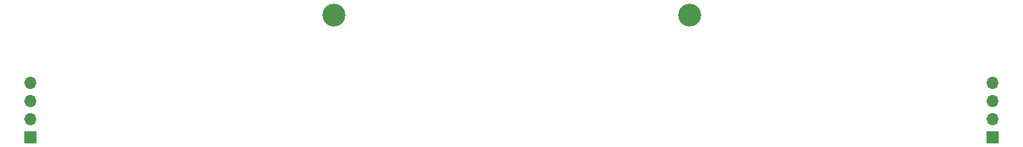
<source format=gbr>
%TF.GenerationSoftware,KiCad,Pcbnew,(6.0.1-0)*%
%TF.CreationDate,2022-02-14T10:28:34+01:00*%
%TF.ProjectId,UV_LED_stencil,55565f4c-4544-45f7-9374-656e63696c2e,V1.0*%
%TF.SameCoordinates,Original*%
%TF.FileFunction,Soldermask,Bot*%
%TF.FilePolarity,Negative*%
%FSLAX46Y46*%
G04 Gerber Fmt 4.6, Leading zero omitted, Abs format (unit mm)*
G04 Created by KiCad (PCBNEW (6.0.1-0)) date 2022-02-14 10:28:34*
%MOMM*%
%LPD*%
G01*
G04 APERTURE LIST*
%ADD10R,1.700000X1.700000*%
%ADD11O,1.700000X1.700000*%
%ADD12C,3.200000*%
G04 APERTURE END LIST*
D10*
%TO.C,J2*%
X165075000Y-123180000D03*
D11*
X165075000Y-120640000D03*
X165075000Y-118100000D03*
X165075000Y-115560000D03*
%TD*%
D10*
%TO.C,J1*%
X31115000Y-123180000D03*
D11*
X31115000Y-120640000D03*
X31115000Y-118100000D03*
X31115000Y-115560000D03*
%TD*%
D12*
%TO.C,H5*%
X73360000Y-106045000D03*
%TD*%
%TO.C,H9*%
X122855000Y-106045000D03*
%TD*%
M02*

</source>
